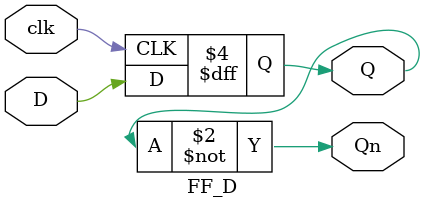
<source format=v>
module FF_D(
    input wire D,
    input wire clk,
    output reg Q = 0,
    output wire Qn
);
    always @(posedge clk) begin
        Q <= D;
    end
    assign Qn = ~Q;
endmodule
</source>
